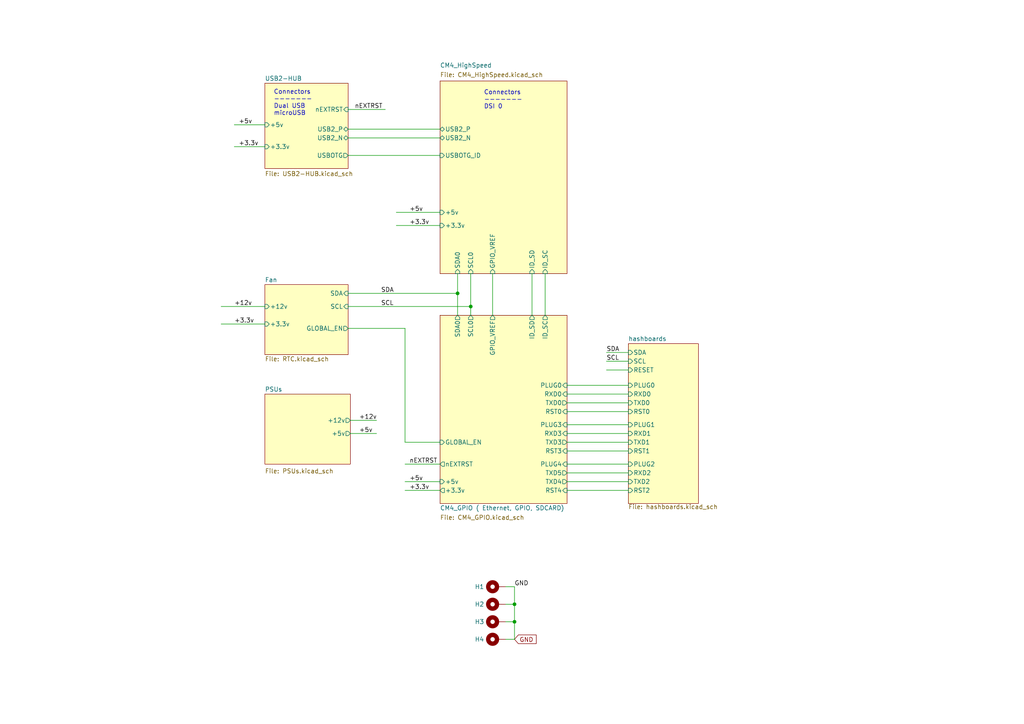
<source format=kicad_sch>
(kicad_sch (version 20230121) (generator eeschema)
  (paper "A4")
  (title_block (title "Bitcart") (date "2024-02-26") (rev "1"))
  (lib_symbols
    (symbol "Mechanical:MountingHole_Pad" (pin_numbers hide) (pin_names (offset 1.016) hide)
      (property "Reference" "H" (at 0 6.35 0))
      (property "Value" "MountingHole_Pad" (at 0 4.445 0))
      (symbol "MountingHole_Pad_0_1"
        (circle (center 0 1.27) (radius 1.27) (stroke (width 1.27)))
      )
      (symbol "MountingHole_Pad_1_1"
        (pin input line (at 0 -2.54 90) (length 2.54) (name "1") (number "1"))
      )
    )
  )
  (junction (at 132.715 85.09))
  (junction (at 136.525 88.9))
  (junction (at 149.225 180.34))
  (junction (at 149.225 175.26))
  (wire (pts (xy 76.835 36.195) (xy 67.945 36.195)))
  (wire (pts (xy 175.895 107.315) (xy 182.245 107.315)))
  (wire (pts (xy 164.465 123.19) (xy 182.245 123.19)))
  (wire (pts (xy 100.965 31.75) (xy 111.76 31.75)))
  (wire (pts (xy 117.475 128.27) (xy 127.635 128.27)))
  (wire (pts (xy 136.525 88.9) (xy 136.525 91.44)))
  (wire (pts (xy 175.895 104.775) (xy 182.245 104.775)))
  (wire (pts (xy 164.465 134.62) (xy 182.245 134.62)))
  (wire (pts (xy 117.475 142.24) (xy 127.635 142.24)))
  (wire (pts (xy 100.965 40.005) (xy 127.635 40.005)))
  (wire (pts (xy 146.685 180.34) (xy 149.225 180.34)))
  (wire (pts (xy 149.225 180.34) (xy 149.225 175.26)))
  (wire (pts (xy 117.475 134.62) (xy 127.635 134.62)))
  (wire (pts (xy 142.875 79.375) (xy 142.875 91.44)))
  (wire (pts (xy 100.965 88.9) (xy 136.525 88.9)))
  (wire (pts (xy 164.465 130.81) (xy 182.245 130.81)))
  (wire (pts (xy 136.525 79.375) (xy 136.525 88.9)))
  (wire (pts (xy 149.225 185.42) (xy 149.225 180.34)))
  (wire (pts (xy 114.935 61.595) (xy 127.635 61.595)))
  (wire (pts (xy 76.835 42.545) (xy 67.945 42.545)))
  (wire (pts (xy 164.465 125.73) (xy 182.245 125.73)))
  (wire (pts (xy 164.465 119.38) (xy 182.245 119.38)))
  (wire (pts (xy 149.225 170.18) (xy 146.685 170.18)))
  (wire (pts (xy 175.895 102.235) (xy 182.245 102.235)))
  (wire (pts (xy 101.6 121.92) (xy 109.22 121.92)))
  (wire (pts (xy 164.465 142.24) (xy 182.245 142.24)))
  (wire (pts (xy 164.465 114.3) (xy 182.245 114.3)))
  (wire (pts (xy 154.305 79.375) (xy 154.305 91.44)))
  (wire (pts (xy 100.965 85.09) (xy 132.715 85.09)))
  (wire (pts (xy 164.465 137.16) (xy 182.245 137.16)))
  (wire (pts (xy 149.225 175.26) (xy 149.225 170.18)))
  (wire (pts (xy 164.465 128.27) (xy 182.245 128.27)))
  (wire (pts (xy 164.465 139.7) (xy 182.245 139.7)))
  (wire (pts (xy 132.715 79.375) (xy 132.715 85.09)))
  (wire (pts (xy 164.465 116.84) (xy 182.245 116.84)))
  (wire (pts (xy 100.965 95.25) (xy 117.475 95.25)))
  (wire (pts (xy 146.685 175.26) (xy 149.225 175.26)))
  (wire (pts (xy 100.965 45.085) (xy 127.635 45.085)))
  (wire (pts (xy 76.835 93.98) (xy 64.135 93.98)))
  (wire (pts (xy 127.635 65.405) (xy 114.935 65.405)))
  (wire (pts (xy 117.475 139.7) (xy 127.635 139.7)))
  (wire (pts (xy 164.465 111.76) (xy 182.245 111.76)))
  (wire (pts (xy 132.715 85.09) (xy 132.715 91.44)))
  (wire (pts (xy 100.965 37.465) (xy 127.635 37.465)))
  (wire (pts (xy 158.115 79.375) (xy 158.115 91.44)))
  (wire (pts (xy 101.6 125.73) (xy 109.22 125.73)))
  (wire (pts (xy 64.135 88.9) (xy 76.835 88.9)))
  (wire (pts (xy 117.475 128.27) (xy 117.475 95.25)))
  (wire (pts (xy 146.685 185.42) (xy 149.225 185.42)))
  (text "Connectors\n-------\nDual USB\nmicroUSB" (at 79.375 33.655 0) (effects (font (size 1.27 1.27)) (justify left bottom)))
  (text "Connectors\n-------\nDSI 0" (at 140.335 31.75 0) (effects (font (size 1.27 1.27)) (justify left bottom)))
  (label "+5v" (at 104.14 125.73 0))
  (label "SDA" (at 110.49 85.09 0))
  (label "+12v" (at 67.945 88.9 0))
  (label "+5v" (at 118.745 139.7 0))
  (label "SCL" (at 110.49 88.9 0))
  (label "+5v" (at 118.745 61.595 0))
  (label "SCL" (at 175.895 104.775 0))
  (label "+3.3v" (at 69.215 42.545 0))
  (label "SDA" (at 175.895 102.235 0))
  (label "+12v" (at 104.14 121.92 0))
  (label "+3.3v" (at 67.945 93.98 0))
  (label "+3.3v" (at 118.745 142.24 0))
  (label "GND" (at 149.225 170.18 0))
  (label "+5v" (at 69.215 36.195 0))
  (label "nEXTRST" (at 102.87 31.75 0))
  (label "+3.3v" (at 118.745 65.405 0))
  (label "nEXTRST" (at 118.745 134.62 0))
  (global_label "GND" (shape input) (at 149.225 185.42 0) (property "Intersheetrefs" "${INTERSHEET_REFS}" (effects hide)))
  (symbol (lib_id "Mechanical:MountingHole_Pad") (at 144.145 180.34 90) (unit 1) (in_bom no)
    (property "Reference" "H3" (at 139.065 180.34 90))
    (property "Value" "MountingHole_Pad" (effects hide))
    (property "Footprint" "bitcrane:MountingHole_3mm_Pad" (effects hide))
  )
  (symbol (lib_id "Mechanical:MountingHole_Pad") (at 144.145 185.42 90) (unit 1) (in_bom no)
    (property "Reference" "H4" (at 139.065 185.42 90))
    (property "Value" "MountingHole_Pad" (effects hide))
    (property "Footprint" "bitcrane:MountingHole_3mm_Pad" (effects hide))
  )
  (symbol (lib_id "Mechanical:MountingHole_Pad") (at 144.145 175.26 90) (unit 1) (in_bom no)
    (property "Reference" "H2" (at 139.065 175.26 90))
    (property "Value" "MountingHole_Pad" (effects hide))
    (property "Footprint" "bitcrane:MountingHole_3mm_Pad" (effects hide))
  )
  (symbol (lib_id "Mechanical:MountingHole_Pad") (at 144.145 170.18 90) (unit 1) (in_bom no)
    (property "Reference" "H1" (at 139.065 170.18 90))
    (property "Value" "MountingHole_Pad" (effects hide))
    (property "Footprint" "bitcrane:MountingHole_3mm_Pad" (effects hide))
  )
  (sheet (at 127.635 91.44) (size 36.83 54.61) (stroke (width 0.1524)) (fill (color 255 255 194 1.0000))
    (property "Sheetname" "CM4_GPIO ( Ethernet, GPIO, SDCARD)" (at 127.635 148.082 0) (effects (justify left bottom)))
    (property "Sheetfile" "CM4_GPIO.kicad_sch" (at 127.635 149.352 0) (effects (justify left top)))
    (pin "ID_SC" output (at 158.115 91.44 90))
    (pin "ID_SD" output (at 154.305 91.44 90))
    (pin "SCL0" output (at 136.525 91.44 90))
    (pin "SDA0" output (at 132.715 91.44 90))
    (pin "+5v" input (at 127.635 139.7 180))
    (pin "+3.3v" output (at 127.635 142.24 180))
    (pin "nEXTRST" output (at 127.635 134.62 180))
    (pin "GLOBAL_EN" input (at 127.635 128.27 180))
    (pin "GPIO_VREF" output (at 142.875 91.44 90))
    (pin "TXD0" output (at 164.465 116.84 0))
    (pin "RXD0" input (at 164.465 114.3 0))
    (pin "TXD3" output (at 164.465 128.27 0))
    (pin "RXD3" input (at 164.465 125.73 0))
    (pin "TXD5" output (at 164.465 137.16 0))
    (pin "TXD4" output (at 164.465 139.7 0))
    (pin "RST0" input (at 164.465 119.38 0))
    (pin "PLUG3" input (at 164.465 123.19 0))
    (pin "RST4" input (at 164.465 142.24 0))
    (pin "PLUG4" input (at 164.465 134.62 0))
    (pin "RST3" input (at 164.465 130.81 0))
    (pin "PLUG0" input (at 164.465 111.76 0))
  )
  (sheet (at 127.635 23.495) (size 36.83 55.88) (stroke (width 0.1524)) (fill (color 255 255 194 1.0000))
    (property "Sheetname" "CM4_HighSpeed" (at 127.635 19.685 0) (effects (justify left bottom)))
    (property "Sheetfile" "CM4_HighSpeed.kicad_sch" (at 127.635 20.955 0) (effects (justify left top)))
    (pin "USB2_N" bidirectional (at 127.635 40.005 180))
    (pin "USB2_P" bidirectional (at 127.635 37.465 180))
    (pin "ID_SC" input (at 158.115 79.375 270))
    (pin "ID_SD" input (at 154.305 79.375 270))
    (pin "SCL0" input (at 136.525 79.375 270))
    (pin "SDA0" input (at 132.715 79.375 270))
    (pin "+5v" input (at 127.635 61.595 180))
    (pin "+3.3v" input (at 127.635 65.405 180))
    (pin "USBOTG_ID" input (at 127.635 45.085 180))
    (pin "GPIO_VREF" input (at 142.875 79.375 270))
  )
  (sheet (at 76.835 114.3) (size 24.765 20.32) (stroke (width 0.1524)) (fill (color 255 255 194 1.0000))
    (property "Sheetname" "PSUs" (at 76.835 113.6645 0) (effects (justify left bottom)))
    (property "Sheetfile" "PSUs.kicad_sch" (at 76.835 135.89 0) (effects (justify left top)))
    (pin "+5v" output (at 101.6 125.73 0))
    (pin "+12v" output (at 101.6 121.92 0))
  )
  (sheet (at 76.835 24.13) (size 24.13 24.765) (stroke (width 0.1524)) (fill (color 255 255 194 1.0000))
    (property "Sheetname" "USB2-HUB" (at 76.835 23.4945 0) (effects (justify left bottom)))
    (property "Sheetfile" "USB2-HUB.kicad_sch" (at 76.835 49.657 0) (effects (justify left top)))
    (pin "USB2_N" bidirectional (at 100.965 40.005 0))
    (pin "USB2_P" bidirectional (at 100.965 37.465 0))
    (pin "+5v" input (at 76.835 36.195 180))
    (pin "+3.3v" input (at 76.835 42.545 180))
    (pin "nEXTRST" input (at 100.965 31.75 0))
    (pin "USBOTG" output (at 100.965 45.085 0))
  )
  (sheet (at 76.835 82.55) (size 24.13 20.32) (stroke (width 0.1524)) (fill (color 255 255 194 1.0000))
    (property "Sheetname" "Fan" (at 76.835 81.9145 0) (effects (justify left bottom)))
    (property "Sheetfile" "RTC.kicad_sch" (at 76.835 103.3785 0) (effects (justify left top)))
    (pin "SCL" input (at 100.965 88.9 0))
    (pin "SDA" input (at 100.965 85.09 0))
    (pin "+3.3v" input (at 76.835 93.98 180))
    (pin "GLOBAL_EN" output (at 100.965 95.25 0))
    (pin "+12v" input (at 76.835 88.9 180))
  )
  (sheet (at 182.245 99.695) (size 20.32 46.355) (stroke (width 0.1524)) (fill (color 255 255 194 1.0000))
    (property "Sheetname" "hashboards" (at 182.245 98.9834 0) (effects (justify left bottom)))
    (property "Sheetfile" "hashboards.kicad_sch" (at 182.245 146.2536 0) (effects (justify left top)))
    (pin "TXD0" input (at 182.245 116.84 180))
    (pin "PLUG0" input (at 182.245 111.76 180))
    (pin "RST0" input (at 182.245 119.38 180))
    (pin "RXD1" input (at 182.245 125.73 180))
    (pin "TXD2" input (at 182.245 139.7 180))
    (pin "RST2" input (at 182.245 142.24 180))
    (pin "PLUG2" input (at 182.245 134.62 180))
    (pin "RST1" input (at 182.245 130.81 180))
    (pin "TXD1" input (at 182.245 128.27 180))
    (pin "PLUG1" input (at 182.245 123.19 180))
    (pin "SDA" input (at 182.245 102.235 180))
    (pin "SCL" input (at 182.245 104.775 180))
    (pin "RESET" input (at 182.245 107.315 180))
    (pin "RXD2" input (at 182.245 137.16 180))
    (pin "RXD0" input (at 182.245 114.3 180))
  )
)
</source>
